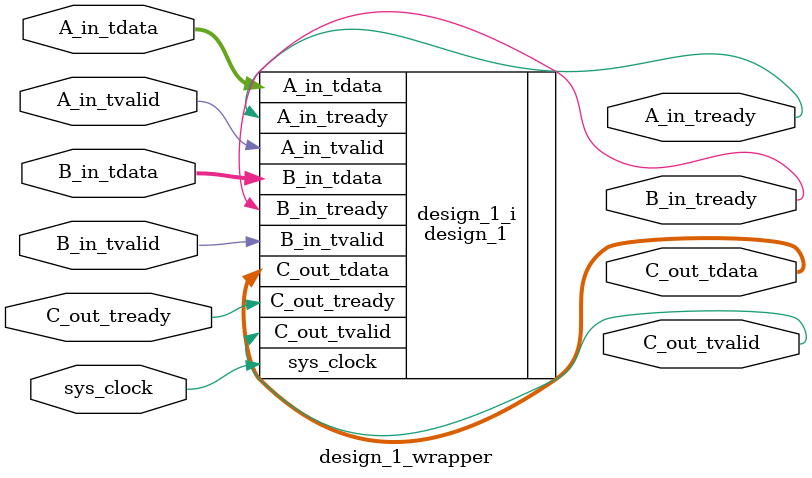
<source format=v>
`timescale 1 ps / 1 ps

module design_1_wrapper
   (A_in_tdata,
    A_in_tready,
    A_in_tvalid,
    B_in_tdata,
    B_in_tready,
    B_in_tvalid,
    C_out_tdata,
    C_out_tready,
    C_out_tvalid,
    sys_clock);
  input [31:0]A_in_tdata;
  output A_in_tready;
  input A_in_tvalid;
  input [31:0]B_in_tdata;
  output B_in_tready;
  input B_in_tvalid;
  output [31:0]C_out_tdata;
  input C_out_tready;
  output C_out_tvalid;
  input sys_clock;

  wire [31:0]A_in_tdata;
  wire A_in_tready;
  wire A_in_tvalid;
  wire [31:0]B_in_tdata;
  wire B_in_tready;
  wire B_in_tvalid;
  wire [31:0]C_out_tdata;
  wire C_out_tready;
  wire C_out_tvalid;
  wire sys_clock;

  design_1 design_1_i
       (.A_in_tdata(A_in_tdata),
        .A_in_tready(A_in_tready),
        .A_in_tvalid(A_in_tvalid),
        .B_in_tdata(B_in_tdata),
        .B_in_tready(B_in_tready),
        .B_in_tvalid(B_in_tvalid),
        .C_out_tdata(C_out_tdata),
        .C_out_tready(C_out_tready),
        .C_out_tvalid(C_out_tvalid),
        .sys_clock(sys_clock));
endmodule

</source>
